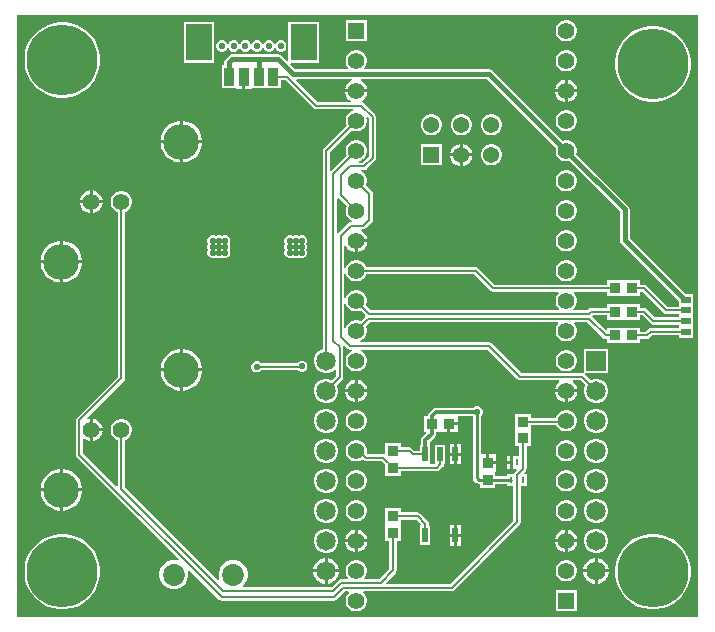
<source format=gbr>
%TF.GenerationSoftware,Altium Limited,Altium Designer,23.5.1 (21)*%
G04 Layer_Physical_Order=1*
G04 Layer_Color=255*
%FSLAX45Y45*%
%MOMM*%
%TF.SameCoordinates,251D8D79-0CC1-4DB5-8A6B-B6CDDAA58204*%
%TF.FilePolarity,Positive*%
%TF.FileFunction,Copper,L1,Top,Signal*%
%TF.Part,Single*%
G01*
G75*
%TA.AperFunction,SMDPad,CuDef*%
%ADD10R,0.95814X0.91213*%
%ADD11R,0.81280X1.60020*%
%ADD12R,2.20980X3.09880*%
%ADD13R,0.95872X0.91213*%
%ADD14R,0.91213X0.95872*%
%ADD15R,0.91213X0.95814*%
%ADD16R,0.83820X0.60960*%
%ADD17R,0.25400X0.60960*%
%ADD18R,0.46634X1.20802*%
%TA.AperFunction,Conductor*%
%ADD19C,0.20300*%
%ADD20C,0.20320*%
%ADD21C,0.40000*%
%ADD22C,0.25400*%
%ADD23C,0.30500*%
%TA.AperFunction,ComponentPad*%
%ADD24C,0.47400*%
%ADD25C,1.85420*%
%ADD26C,1.65100*%
%ADD27R,1.65100X1.65100*%
%ADD28R,1.39000X1.39000*%
%ADD29C,1.39000*%
%ADD30C,3.01500*%
%ADD31C,1.40800*%
%ADD32C,1.37000*%
%ADD33R,1.37000X1.37000*%
%TA.AperFunction,WasherPad*%
%ADD34C,6.00000*%
%TA.AperFunction,ViaPad*%
%ADD35C,0.55000*%
G36*
X5783766Y16235D02*
X16235D01*
Y5116265D01*
X5783765D01*
X5783766Y16235D01*
D02*
G37*
%LPC*%
G36*
X4677281Y5068000D02*
X4653716D01*
X4630953Y5061901D01*
X4610544Y5050118D01*
X4593881Y5033454D01*
X4582098Y5013046D01*
X4575998Y4990283D01*
Y4966717D01*
X4582098Y4943954D01*
X4593881Y4923546D01*
X4610544Y4906882D01*
X4630953Y4895099D01*
X4653716Y4889000D01*
X4677281D01*
X4700044Y4895099D01*
X4720453Y4906882D01*
X4737116Y4923546D01*
X4748899Y4943954D01*
X4754998Y4966717D01*
Y4990283D01*
X4748899Y5013046D01*
X4737116Y5033454D01*
X4720453Y5050118D01*
X4700044Y5061901D01*
X4677281Y5068000D01*
D02*
G37*
G36*
X2977000D02*
X2798000D01*
Y4889000D01*
X2977000D01*
Y5068000D01*
D02*
G37*
G36*
X2259448Y4897500D02*
X2240552D01*
X2223094Y4890268D01*
X2209732Y4876906D01*
X2206873Y4870006D01*
X2193127D01*
X2190268Y4876906D01*
X2176906Y4890268D01*
X2159448Y4897500D01*
X2140552D01*
X2123094Y4890268D01*
X2109732Y4876906D01*
X2106873Y4870006D01*
X2093127D01*
X2090268Y4876906D01*
X2076906Y4890268D01*
X2059448Y4897500D01*
X2040552D01*
X2023093Y4890268D01*
X2009732Y4876906D01*
X2006873Y4870006D01*
X1993127D01*
X1990268Y4876906D01*
X1976906Y4890268D01*
X1959448Y4897500D01*
X1940552D01*
X1923093Y4890268D01*
X1909732Y4876906D01*
X1906873Y4870006D01*
X1893127D01*
X1890269Y4876906D01*
X1876907Y4890268D01*
X1859448Y4897500D01*
X1840552D01*
X1823094Y4890268D01*
X1809732Y4876906D01*
X1806873Y4870006D01*
X1793127D01*
X1790268Y4876906D01*
X1776907Y4890268D01*
X1759448Y4897500D01*
X1740552D01*
X1723094Y4890268D01*
X1709732Y4876906D01*
X1702500Y4859448D01*
Y4840552D01*
X1709732Y4823093D01*
X1723094Y4809732D01*
X1740552Y4802500D01*
X1759448D01*
X1776907Y4809732D01*
X1790268Y4823093D01*
X1793127Y4829994D01*
X1806873D01*
X1809732Y4823093D01*
X1823094Y4809732D01*
X1840552Y4802500D01*
X1859448D01*
X1876907Y4809732D01*
X1890269Y4823093D01*
X1893127Y4829994D01*
X1906873D01*
X1909732Y4823093D01*
X1923093Y4809732D01*
X1940552Y4802500D01*
X1959448D01*
X1976906Y4809732D01*
X1990268Y4823093D01*
X1993127Y4829994D01*
X2006873D01*
X2009732Y4823093D01*
X2023093Y4809732D01*
X2040552Y4802500D01*
X2059448D01*
X2076906Y4809732D01*
X2090268Y4823093D01*
X2093127Y4829994D01*
X2106873D01*
X2109732Y4823093D01*
X2123094Y4809732D01*
X2140552Y4802500D01*
X2159448D01*
X2176906Y4809732D01*
X2190268Y4823093D01*
X2193127Y4829994D01*
X2206873D01*
X2209732Y4823093D01*
X2223094Y4809732D01*
X2240552Y4802500D01*
X2259448D01*
X2276907Y4809732D01*
X2290268Y4823093D01*
X2297500Y4840552D01*
Y4859448D01*
X2290268Y4876906D01*
X2276907Y4890268D01*
X2259448Y4897500D01*
D02*
G37*
G36*
X2572990Y5055540D02*
X2312010D01*
Y4727260D01*
X2300277Y4722400D01*
X2256339Y4766338D01*
X2243108Y4775179D01*
X2227500Y4778284D01*
X2227499Y4778283D01*
X2054930D01*
X2054929Y4778284D01*
X2054927Y4778283D01*
X1835932D01*
X1820324Y4775179D01*
X1807093Y4766338D01*
X1807093Y4766337D01*
X1783662Y4742907D01*
X1774821Y4729676D01*
X1771716Y4714068D01*
X1771717Y4714067D01*
Y4690610D01*
X1751860D01*
Y4490590D01*
X1871460D01*
Y4485190D01*
X1924801D01*
Y4590601D01*
X1950201D01*
Y4485190D01*
X2003540D01*
Y4490590D01*
X2123140D01*
Y4490589D01*
X2126861D01*
Y4490590D01*
X2248140D01*
Y4559849D01*
X2290726D01*
X2527320Y4323256D01*
X2537296Y4316590D01*
X2549064Y4314249D01*
X2549065Y4314249D01*
X2857433D01*
X2859106Y4301549D01*
X2852954Y4299901D01*
X2832546Y4288118D01*
X2815882Y4271455D01*
X2804099Y4251046D01*
X2798000Y4228283D01*
Y4204717D01*
X2804099Y4181954D01*
X2806063Y4178552D01*
X2611756Y3984244D01*
X2605090Y3974268D01*
X2602749Y3962500D01*
X2602749Y3962499D01*
Y2282428D01*
X2593917Y2280061D01*
X2570533Y2266561D01*
X2551439Y2247467D01*
X2537939Y2224083D01*
X2530950Y2198001D01*
Y2170999D01*
X2537939Y2144917D01*
X2551439Y2121533D01*
X2570533Y2102440D01*
X2593917Y2088939D01*
X2619999Y2081950D01*
X2647001D01*
X2673083Y2088939D01*
X2696467Y2102440D01*
X2704069Y2110042D01*
X2716769Y2104781D01*
Y2057258D01*
X2681001Y2021490D01*
X2673083Y2026061D01*
X2647001Y2033050D01*
X2619999D01*
X2593917Y2026061D01*
X2570533Y2012561D01*
X2551439Y1993467D01*
X2537939Y1970083D01*
X2530950Y1944001D01*
Y1916999D01*
X2537939Y1890917D01*
X2551439Y1867533D01*
X2570533Y1848440D01*
X2593917Y1834939D01*
X2619999Y1827950D01*
X2647001D01*
X2673083Y1834939D01*
X2696467Y1848440D01*
X2715560Y1867533D01*
X2729061Y1890917D01*
X2736050Y1916999D01*
Y1944001D01*
X2729061Y1970083D01*
X2724490Y1978001D01*
X2769263Y2022775D01*
X2769264Y2022776D01*
X2775930Y2032752D01*
X2778271Y2044520D01*
X2778271Y2044521D01*
Y2299980D01*
X2776334Y2309717D01*
X2781365Y2314474D01*
X2786808Y2317204D01*
X2815756Y2288256D01*
X2825732Y2281590D01*
X2837500Y2279249D01*
X2848469D01*
X2849552Y2276510D01*
X2850613Y2266549D01*
X2832546Y2256118D01*
X2815882Y2239454D01*
X2804099Y2219046D01*
X2798000Y2196283D01*
Y2172717D01*
X2804099Y2149954D01*
X2815882Y2129546D01*
X2832546Y2112882D01*
X2852954Y2101099D01*
X2875717Y2095000D01*
X2899283D01*
X2922046Y2101099D01*
X2942454Y2112882D01*
X2959118Y2129546D01*
X2970901Y2149954D01*
X2977000Y2172717D01*
Y2196283D01*
X2970901Y2219046D01*
X2959118Y2239454D01*
X2942454Y2256118D01*
X2924387Y2266549D01*
X2925448Y2276510D01*
X2926531Y2279249D01*
X4002263D01*
X4253256Y2028256D01*
X4263233Y2021590D01*
X4275000Y2019249D01*
X4604016D01*
X4607419Y2006549D01*
X4607229Y2006439D01*
X4589560Y1988770D01*
X4577066Y1967130D01*
X4570654Y1943201D01*
X4665498D01*
Y1930501D01*
D01*
Y1943201D01*
X4760343D01*
X4753931Y1967130D01*
X4741437Y1988770D01*
X4723768Y2006439D01*
X4723578Y2006549D01*
X4726980Y2019249D01*
X4787262D01*
X4828510Y1978001D01*
X4823939Y1970083D01*
X4816950Y1944001D01*
Y1916999D01*
X4823939Y1890917D01*
X4837439Y1867533D01*
X4856533Y1848440D01*
X4879917Y1834939D01*
X4905999Y1827950D01*
X4933001D01*
X4959083Y1834939D01*
X4982467Y1848440D01*
X5001560Y1867533D01*
X5015061Y1890917D01*
X5022050Y1916999D01*
Y1944001D01*
X5015061Y1970083D01*
X5001560Y1993467D01*
X4982467Y2012561D01*
X4959083Y2026061D01*
X4933001Y2033050D01*
X4905999D01*
X4879917Y2026061D01*
X4871999Y2021490D01*
X4824238Y2069250D01*
X4826957Y2079040D01*
X4829036Y2081950D01*
X5022050D01*
Y2287050D01*
X4816950D01*
Y2089342D01*
X4816735Y2088888D01*
X4805173Y2079722D01*
X4800000Y2080751D01*
X4799999Y2080751D01*
X4287738D01*
X4036745Y2331744D01*
X4026768Y2338410D01*
X4015000Y2340751D01*
X4014999Y2340751D01*
X2917565D01*
X2915894Y2353451D01*
X2922046Y2355099D01*
X2942454Y2366882D01*
X2959118Y2383546D01*
X2970901Y2403954D01*
X2977000Y2426717D01*
Y2450283D01*
X2970901Y2473046D01*
X2968936Y2476448D01*
X3004237Y2511749D01*
X4594215D01*
X4599475Y2499049D01*
X4593881Y2493454D01*
X4582098Y2473046D01*
X4575998Y2450283D01*
Y2426717D01*
X4582098Y2403954D01*
X4593881Y2383546D01*
X4610544Y2366882D01*
X4630953Y2355099D01*
X4653716Y2349000D01*
X4677281D01*
X4700044Y2355099D01*
X4720453Y2366882D01*
X4737116Y2383546D01*
X4748899Y2403954D01*
X4754998Y2426717D01*
Y2450283D01*
X4748899Y2473046D01*
X4737116Y2493454D01*
X4731521Y2499049D01*
X4736782Y2511749D01*
X4844762D01*
X4978255Y2378257D01*
X4978256Y2378256D01*
X4988232Y2371590D01*
X5000000Y2369249D01*
X5011894Y2368894D01*
Y2334394D01*
X5139592D01*
X5147708Y2334393D01*
X5160408Y2334394D01*
X5288107D01*
Y2369249D01*
X5349999D01*
X5350000Y2369249D01*
X5361768Y2371590D01*
X5371744Y2378256D01*
X5393987Y2400499D01*
X5618090D01*
Y2380770D01*
X5741910D01*
Y2470770D01*
Y2560770D01*
Y2650770D01*
Y2751730D01*
X5675767D01*
X5202049Y3225448D01*
Y3466733D01*
X5198945Y3482340D01*
X5190104Y3495571D01*
X5190103Y3495572D01*
X4750763Y3934912D01*
X4754998Y3950717D01*
Y3974283D01*
X4748899Y3997046D01*
X4737116Y4017455D01*
X4720453Y4034118D01*
X4700044Y4045901D01*
X4677281Y4052000D01*
X4653716D01*
X4637910Y4047765D01*
X4044337Y4641338D01*
X4031106Y4650179D01*
X4015498Y4653284D01*
X4015497Y4653284D01*
X2959449D01*
X2954589Y4665017D01*
X2959118Y4669546D01*
X2970901Y4689954D01*
X2977000Y4712717D01*
Y4736283D01*
X2970901Y4759046D01*
X2959118Y4779454D01*
X2942454Y4796118D01*
X2922046Y4807901D01*
X2899283Y4814000D01*
X2875717D01*
X2852954Y4807901D01*
X2832546Y4796118D01*
X2815882Y4779454D01*
X2804099Y4759046D01*
X2798000Y4736283D01*
Y4712717D01*
X2804099Y4689954D01*
X2815882Y4669546D01*
X2820411Y4665017D01*
X2815551Y4653284D01*
X2369393D01*
X2328750Y4693927D01*
X2333611Y4705660D01*
X2572990D01*
Y5055540D01*
D02*
G37*
G36*
X1687990D02*
X1427010D01*
Y4705660D01*
X1687990D01*
Y5055540D01*
D02*
G37*
G36*
X4677281Y4814000D02*
X4653716D01*
X4630953Y4807901D01*
X4610544Y4796118D01*
X4593881Y4779454D01*
X4582098Y4759046D01*
X4575998Y4736283D01*
Y4712717D01*
X4582098Y4689954D01*
X4593881Y4669546D01*
X4610544Y4652882D01*
X4630953Y4641099D01*
X4653716Y4635000D01*
X4677281D01*
X4700044Y4641099D01*
X4720453Y4652882D01*
X4737116Y4669546D01*
X4748899Y4689954D01*
X4754998Y4712717D01*
Y4736283D01*
X4748899Y4759046D01*
X4737116Y4779454D01*
X4720453Y4796118D01*
X4700044Y4807901D01*
X4677281Y4814000D01*
D02*
G37*
G36*
X4678198Y4565345D02*
Y4483201D01*
X4760343D01*
X4753931Y4507130D01*
X4741437Y4528770D01*
X4723768Y4546439D01*
X4702129Y4558933D01*
X4678198Y4565345D01*
D02*
G37*
G36*
X4652798Y4565345D02*
X4628868Y4558933D01*
X4607229Y4546439D01*
X4589560Y4528770D01*
X4577066Y4507130D01*
X4570654Y4483201D01*
X4652798D01*
Y4565345D01*
D02*
G37*
G36*
X425185Y5052500D02*
X374815D01*
X325066Y5044621D01*
X277163Y5029056D01*
X232284Y5006189D01*
X191534Y4976582D01*
X155918Y4940966D01*
X126311Y4900217D01*
X103444Y4855338D01*
X87879Y4807434D01*
X80000Y4757685D01*
Y4707315D01*
X87879Y4657567D01*
X103444Y4609663D01*
X126311Y4564784D01*
X155918Y4524034D01*
X191534Y4488418D01*
X232284Y4458812D01*
X277163Y4435944D01*
X325066Y4420380D01*
X374815Y4412500D01*
X425185D01*
X474934Y4420380D01*
X522837Y4435944D01*
X567716Y4458812D01*
X608466Y4488418D01*
X644082Y4524034D01*
X673689Y4564784D01*
X696556Y4609663D01*
X712120Y4657567D01*
X720000Y4707315D01*
Y4757685D01*
X712120Y4807434D01*
X696556Y4855338D01*
X673689Y4900217D01*
X644082Y4940966D01*
X608466Y4976582D01*
X567716Y5006189D01*
X522837Y5029056D01*
X474934Y5044621D01*
X425185Y5052500D01*
D02*
G37*
G36*
X5425185Y5020000D02*
X5374816D01*
X5325067Y5012121D01*
X5277163Y4996556D01*
X5232284Y4973689D01*
X5191534Y4944082D01*
X5155918Y4908466D01*
X5126312Y4867716D01*
X5103444Y4822837D01*
X5087880Y4774934D01*
X5080000Y4725185D01*
Y4674815D01*
X5087880Y4625066D01*
X5103444Y4577163D01*
X5126312Y4532284D01*
X5155918Y4491534D01*
X5191534Y4455918D01*
X5232284Y4426311D01*
X5277163Y4403444D01*
X5325067Y4387879D01*
X5374816Y4380000D01*
X5425185D01*
X5474934Y4387879D01*
X5522838Y4403444D01*
X5567717Y4426311D01*
X5608466Y4455918D01*
X5644082Y4491534D01*
X5673689Y4532284D01*
X5696556Y4577163D01*
X5712121Y4625066D01*
X5720000Y4674815D01*
Y4725185D01*
X5712121Y4774934D01*
X5696556Y4822837D01*
X5673689Y4867716D01*
X5644082Y4908466D01*
X5608466Y4944082D01*
X5567717Y4973689D01*
X5522838Y4996556D01*
X5474934Y5012121D01*
X5425185Y5020000D01*
D02*
G37*
G36*
X4652798Y4457801D02*
X4570654D01*
X4577066Y4433870D01*
X4589560Y4412230D01*
X4607229Y4394561D01*
X4628868Y4382067D01*
X4652798Y4375655D01*
Y4457801D01*
D02*
G37*
G36*
X4760343D02*
X4678198D01*
Y4375655D01*
X4702129Y4382067D01*
X4723768Y4394561D01*
X4741437Y4412230D01*
X4753931Y4433870D01*
X4760343Y4457801D01*
D02*
G37*
G36*
X4677281Y4306000D02*
X4653716D01*
X4630953Y4299901D01*
X4610544Y4288118D01*
X4593881Y4271455D01*
X4582098Y4251046D01*
X4575998Y4228283D01*
Y4204717D01*
X4582098Y4181954D01*
X4593881Y4161546D01*
X4610544Y4144882D01*
X4630953Y4133099D01*
X4653716Y4127000D01*
X4677281D01*
X4700044Y4133099D01*
X4720453Y4144882D01*
X4737116Y4161546D01*
X4748899Y4181954D01*
X4754998Y4204717D01*
Y4228283D01*
X4748899Y4251046D01*
X4737116Y4271455D01*
X4720453Y4288118D01*
X4700044Y4299901D01*
X4677281Y4306000D01*
D02*
G37*
G36*
X1425349Y4216650D02*
X1420700D01*
Y4053200D01*
X1584150D01*
Y4057849D01*
X1577381Y4091881D01*
X1564102Y4123938D01*
X1544825Y4152789D01*
X1520289Y4177325D01*
X1491438Y4196602D01*
X1459381Y4209881D01*
X1425349Y4216650D01*
D02*
G37*
G36*
X1395300D02*
X1390651D01*
X1356619Y4209881D01*
X1324561Y4196602D01*
X1295711Y4177325D01*
X1271175Y4152789D01*
X1251898Y4123938D01*
X1238619Y4091881D01*
X1231850Y4057849D01*
Y4053200D01*
X1395300D01*
Y4216650D01*
D02*
G37*
G36*
X1584150Y4027800D02*
X1420700D01*
Y3864350D01*
X1425349D01*
X1459381Y3871119D01*
X1491438Y3884398D01*
X1520289Y3903675D01*
X1544825Y3928211D01*
X1564102Y3957061D01*
X1577381Y3989119D01*
X1584150Y4023151D01*
Y4027800D01*
D02*
G37*
G36*
X1395300D02*
X1231850D01*
Y4023151D01*
X1238619Y3989119D01*
X1251898Y3957061D01*
X1271175Y3928211D01*
X1295711Y3903675D01*
X1324561Y3884398D01*
X1356619Y3871119D01*
X1390651Y3864350D01*
X1395300D01*
Y4027800D01*
D02*
G37*
G36*
X658700Y3628276D02*
Y3545200D01*
X741777D01*
X735271Y3569477D01*
X722659Y3591323D01*
X704823Y3609159D01*
X682977Y3621771D01*
X658700Y3628276D01*
D02*
G37*
G36*
X633300D02*
X609023Y3621771D01*
X587177Y3609159D01*
X569341Y3591323D01*
X556729Y3569477D01*
X550223Y3545200D01*
X633300D01*
Y3628276D01*
D02*
G37*
G36*
X741777Y3519800D02*
X658700D01*
Y3436723D01*
X682977Y3443229D01*
X704823Y3455841D01*
X722659Y3473677D01*
X735271Y3495523D01*
X741777Y3519800D01*
D02*
G37*
G36*
X633300D02*
X550223D01*
X556729Y3495523D01*
X569341Y3473677D01*
X587177Y3455841D01*
X609023Y3443229D01*
X633300Y3436723D01*
Y3519800D01*
D02*
G37*
G36*
X2434448Y3247500D02*
X2415552D01*
X2400000Y3241058D01*
X2384448Y3247500D01*
X2365552D01*
X2350000Y3241058D01*
X2334448Y3247500D01*
X2315552D01*
X2298093Y3240268D01*
X2284732Y3226906D01*
X2277500Y3209448D01*
Y3190552D01*
X2283942Y3175000D01*
X2277500Y3159448D01*
Y3140552D01*
X2283942Y3125000D01*
X2277500Y3109448D01*
Y3090552D01*
X2284732Y3073093D01*
X2298093Y3059731D01*
X2315552Y3052500D01*
X2334448D01*
X2350000Y3058942D01*
X2365552Y3052500D01*
X2384448D01*
X2400000Y3058942D01*
X2415552Y3052500D01*
X2434448D01*
X2451906Y3059731D01*
X2465268Y3073093D01*
X2472500Y3090552D01*
Y3109448D01*
X2466058Y3125000D01*
X2472500Y3140552D01*
Y3159448D01*
X2466058Y3175000D01*
X2472500Y3190552D01*
Y3209448D01*
X2465268Y3226906D01*
X2451906Y3240268D01*
X2434448Y3247500D01*
D02*
G37*
G36*
X1784448D02*
X1765552D01*
X1750000Y3241058D01*
X1734448Y3247500D01*
X1715552D01*
X1700000Y3241058D01*
X1684448Y3247500D01*
X1665552D01*
X1648093Y3240268D01*
X1634732Y3226906D01*
X1627500Y3209448D01*
Y3190552D01*
X1633942Y3175000D01*
X1627500Y3159448D01*
Y3140552D01*
X1633942Y3125000D01*
X1627500Y3109448D01*
Y3090552D01*
X1634732Y3073093D01*
X1648093Y3059731D01*
X1665552Y3052500D01*
X1684448D01*
X1700000Y3058942D01*
X1715552Y3052500D01*
X1734448D01*
X1750000Y3058942D01*
X1765552Y3052500D01*
X1784448D01*
X1801906Y3059731D01*
X1815268Y3073093D01*
X1822500Y3090552D01*
Y3109448D01*
X1816058Y3125000D01*
X1822500Y3140552D01*
Y3159448D01*
X1816058Y3175000D01*
X1822500Y3190552D01*
Y3209448D01*
X1815268Y3226906D01*
X1801906Y3240268D01*
X1784448Y3247500D01*
D02*
G37*
G36*
X409349Y3200650D02*
X404700D01*
Y3037200D01*
X568150D01*
Y3041849D01*
X561381Y3075881D01*
X548102Y3107938D01*
X528825Y3136789D01*
X504289Y3161325D01*
X475438Y3180602D01*
X443381Y3193881D01*
X409349Y3200650D01*
D02*
G37*
G36*
X379300D02*
X374651D01*
X340619Y3193881D01*
X308561Y3180602D01*
X279711Y3161325D01*
X255175Y3136789D01*
X235898Y3107938D01*
X222619Y3075881D01*
X215850Y3041849D01*
Y3037200D01*
X379300D01*
Y3200650D01*
D02*
G37*
G36*
X568150Y3011800D02*
X404700D01*
Y2848350D01*
X409349D01*
X443381Y2855119D01*
X475438Y2868398D01*
X504289Y2887675D01*
X528825Y2912211D01*
X548102Y2941061D01*
X561381Y2973119D01*
X568150Y3007151D01*
Y3011800D01*
D02*
G37*
G36*
X379300D02*
X215850D01*
Y3007151D01*
X222619Y2973119D01*
X235898Y2941061D01*
X255175Y2912211D01*
X279711Y2887675D01*
X308561Y2868398D01*
X340619Y2855119D01*
X374651Y2848350D01*
X379300D01*
Y3011800D01*
D02*
G37*
G36*
X2436948Y2185000D02*
X2418052D01*
X2400594Y2177768D01*
X2389516Y2166691D01*
X2080085D01*
X2072106Y2174670D01*
X2054648Y2181901D01*
X2035751D01*
X2018293Y2174670D01*
X2004931Y2161308D01*
X1997700Y2143849D01*
Y2124953D01*
X2004931Y2107495D01*
X2018293Y2094133D01*
X2035751Y2086901D01*
X2054648D01*
X2072106Y2094133D01*
X2083184Y2105210D01*
X2392615D01*
X2400594Y2097232D01*
X2418052Y2090000D01*
X2436948D01*
X2454407Y2097232D01*
X2467768Y2110593D01*
X2475000Y2128052D01*
Y2146948D01*
X2467768Y2164406D01*
X2454407Y2177768D01*
X2436948Y2185000D01*
D02*
G37*
G36*
X1425349Y2284150D02*
X1420700D01*
Y2120700D01*
X1584150D01*
Y2125349D01*
X1577381Y2159381D01*
X1564102Y2191439D01*
X1544825Y2220289D01*
X1520289Y2244825D01*
X1491438Y2264102D01*
X1459381Y2277381D01*
X1425349Y2284150D01*
D02*
G37*
G36*
X1395300D02*
X1390651D01*
X1356619Y2277381D01*
X1324561Y2264102D01*
X1295711Y2244825D01*
X1271175Y2220289D01*
X1251898Y2191439D01*
X1238619Y2159381D01*
X1231850Y2125349D01*
Y2120700D01*
X1395300D01*
Y2284150D01*
D02*
G37*
G36*
X4677281Y2274000D02*
X4653716D01*
X4630953Y2267901D01*
X4610544Y2256118D01*
X4593881Y2239454D01*
X4582098Y2219046D01*
X4575998Y2196283D01*
Y2172717D01*
X4582098Y2149954D01*
X4593881Y2129546D01*
X4610544Y2112882D01*
X4630953Y2101099D01*
X4653716Y2095000D01*
X4677281D01*
X4700044Y2101099D01*
X4720453Y2112882D01*
X4737116Y2129546D01*
X4748899Y2149954D01*
X4754998Y2172717D01*
Y2196283D01*
X4748899Y2219046D01*
X4737116Y2239454D01*
X4720453Y2256118D01*
X4700044Y2267901D01*
X4677281Y2274000D01*
D02*
G37*
G36*
X2900200Y2025345D02*
Y1943200D01*
X2982345D01*
X2975933Y1967130D01*
X2963439Y1988770D01*
X2945770Y2006439D01*
X2924130Y2018933D01*
X2900200Y2025345D01*
D02*
G37*
G36*
X2874800D02*
X2850870Y2018933D01*
X2829230Y2006439D01*
X2811561Y1988770D01*
X2799067Y1967130D01*
X2792655Y1943200D01*
X2874800D01*
Y2025345D01*
D02*
G37*
G36*
X1584150Y2095300D02*
X1420700D01*
Y1931850D01*
X1425349D01*
X1459381Y1938619D01*
X1491438Y1951898D01*
X1520289Y1971175D01*
X1544825Y1995711D01*
X1564102Y2024562D01*
X1577381Y2056619D01*
X1584150Y2090651D01*
Y2095300D01*
D02*
G37*
G36*
X1395300D02*
X1231850D01*
Y2090651D01*
X1238619Y2056619D01*
X1251898Y2024562D01*
X1271175Y1995711D01*
X1295711Y1971175D01*
X1324561Y1951898D01*
X1356619Y1938619D01*
X1390651Y1931850D01*
X1395300D01*
Y2095300D01*
D02*
G37*
G36*
X4652798Y1917801D02*
X4570654D01*
X4577066Y1893870D01*
X4589560Y1872230D01*
X4607229Y1854561D01*
X4628868Y1842067D01*
X4652798Y1835655D01*
Y1917801D01*
D02*
G37*
G36*
X2982345Y1917800D02*
X2900200D01*
Y1835655D01*
X2924130Y1842067D01*
X2945770Y1854561D01*
X2963439Y1872230D01*
X2975933Y1893870D01*
X2982345Y1917800D01*
D02*
G37*
G36*
X2874800D02*
X2792655D01*
X2799067Y1893870D01*
X2811561Y1872230D01*
X2829230Y1854561D01*
X2850870Y1842067D01*
X2874800Y1835655D01*
Y1917800D01*
D02*
G37*
G36*
X4760343Y1917801D02*
X4678198D01*
Y1835655D01*
X4702129Y1842067D01*
X4723768Y1854561D01*
X4741437Y1872230D01*
X4753931Y1893870D01*
X4760343Y1917801D01*
D02*
G37*
G36*
X658700Y1695777D02*
Y1612700D01*
X741777D01*
X735271Y1636977D01*
X722659Y1658823D01*
X704823Y1676659D01*
X682977Y1689271D01*
X658700Y1695777D01*
D02*
G37*
G36*
X911901Y3622900D02*
X888099D01*
X865107Y3616739D01*
X844493Y3604838D01*
X827662Y3588007D01*
X815761Y3567393D01*
X809600Y3544401D01*
Y3520598D01*
X815761Y3497607D01*
X827662Y3476993D01*
X844493Y3460162D01*
X865107Y3448261D01*
X869260Y3447148D01*
Y2047733D01*
X523263Y1701737D01*
X516599Y1691764D01*
X514259Y1680000D01*
X514260Y1679999D01*
Y1390002D01*
X514259Y1390000D01*
X516599Y1378236D01*
X523263Y1368263D01*
X1387305Y504221D01*
X1380731Y492835D01*
X1361155Y498080D01*
X1328845D01*
X1297636Y489718D01*
X1269654Y473562D01*
X1246808Y450716D01*
X1230653Y422734D01*
X1222290Y391525D01*
Y359215D01*
X1230653Y328006D01*
X1246808Y300024D01*
X1269654Y277178D01*
X1297636Y261023D01*
X1328845Y252660D01*
X1361155D01*
X1392364Y261023D01*
X1420346Y277178D01*
X1443192Y300024D01*
X1459348Y328006D01*
X1467710Y359215D01*
Y391525D01*
X1462465Y411101D01*
X1473851Y417675D01*
X1728263Y163263D01*
X1738236Y156599D01*
X1750000Y154259D01*
X1750002Y154260D01*
X2701346D01*
X2701347Y154259D01*
X2713111Y156599D01*
X2723084Y163263D01*
X2791581Y231760D01*
X2822227D01*
X2827487Y219060D01*
X2815882Y207455D01*
X2804099Y187046D01*
X2798000Y164283D01*
Y140717D01*
X2804099Y117954D01*
X2815882Y97546D01*
X2832546Y80882D01*
X2852954Y69099D01*
X2875717Y63000D01*
X2899283D01*
X2922046Y69099D01*
X2942454Y80882D01*
X2959118Y97546D01*
X2970901Y117954D01*
X2977000Y140717D01*
Y164283D01*
X2970901Y187046D01*
X2959118Y207455D01*
X2947513Y219060D01*
X2952773Y231760D01*
X3694999D01*
X3695000Y231760D01*
X3706764Y234100D01*
X3716737Y240763D01*
X4271736Y795763D01*
X4271737Y795763D01*
X4278400Y805736D01*
X4280740Y817500D01*
X4280740Y817501D01*
Y1124590D01*
X4332700D01*
Y1225550D01*
X4315617D01*
X4310757Y1237283D01*
X4321737Y1248263D01*
X4328400Y1258236D01*
X4329328Y1262901D01*
X4332700Y1274450D01*
X4332700Y1274451D01*
X4332700Y1274451D01*
Y1375410D01*
X4330740D01*
Y1461894D01*
X4365606D01*
Y1589592D01*
X4365607Y1597707D01*
X4365606Y1610408D01*
Y1639459D01*
X4583538D01*
X4593881Y1621546D01*
X4610544Y1604882D01*
X4630953Y1593099D01*
X4653716Y1587000D01*
X4677281D01*
X4700044Y1593099D01*
X4720453Y1604882D01*
X4737116Y1621546D01*
X4748899Y1641954D01*
X4754998Y1664717D01*
Y1688283D01*
X4748899Y1711046D01*
X4737116Y1731454D01*
X4720453Y1748118D01*
X4700044Y1759901D01*
X4677281Y1766000D01*
X4653716D01*
X4630953Y1759901D01*
X4610544Y1748118D01*
X4593881Y1731454D01*
X4582098Y1711046D01*
X4579390Y1700940D01*
X4365606D01*
Y1738107D01*
X4234394D01*
Y1610408D01*
X4234393Y1602293D01*
X4234394Y1589592D01*
Y1461894D01*
X4269259D01*
Y1375410D01*
X4238100D01*
Y1380810D01*
X4212700D01*
Y1324930D01*
Y1269050D01*
X4237616D01*
X4246254Y1259727D01*
X4228263Y1241737D01*
X4221599Y1231764D01*
X4220363Y1225550D01*
X4167300D01*
Y1208411D01*
X4124029D01*
X4112671Y1210670D01*
X4065606D01*
Y1238872D01*
X4071007Y1249335D01*
X4071007Y1249335D01*
X4071006Y1249336D01*
Y1309971D01*
X3999999D01*
Y1322671D01*
X3987299D01*
Y1396006D01*
X3943341D01*
Y1718666D01*
X3950268Y1725593D01*
X3957500Y1743052D01*
Y1761948D01*
X3950268Y1779406D01*
X3936907Y1792768D01*
X3919448Y1800000D01*
X3900552D01*
X3883094Y1792768D01*
X3878766Y1788440D01*
X3565000D01*
X3551246Y1785705D01*
X3539586Y1777914D01*
X3501916Y1740243D01*
X3494125Y1728583D01*
X3491543Y1715606D01*
X3459394D01*
Y1584394D01*
X3475605D01*
X3480866Y1571694D01*
X3447586Y1538414D01*
X3439795Y1526754D01*
X3437059Y1513000D01*
Y1474571D01*
X3429683D01*
Y1424921D01*
X3378567D01*
X3361544Y1441944D01*
X3351568Y1448609D01*
X3339800Y1450951D01*
X3339799Y1450950D01*
X3265606D01*
Y1488106D01*
X3134394D01*
Y1403415D01*
X3121693Y1393836D01*
X3118351Y1394501D01*
X3118350Y1394500D01*
X2983417D01*
X2975206Y1404022D01*
X2977000Y1410717D01*
Y1434283D01*
X2970901Y1457046D01*
X2959118Y1477454D01*
X2942454Y1494118D01*
X2922046Y1505901D01*
X2899283Y1512000D01*
X2875717D01*
X2852954Y1505901D01*
X2832546Y1494118D01*
X2815882Y1477454D01*
X2804099Y1457046D01*
X2798000Y1434283D01*
Y1410717D01*
X2804099Y1387954D01*
X2815882Y1367546D01*
X2832546Y1350882D01*
X2852954Y1339099D01*
X2875717Y1333000D01*
X2899283D01*
X2922046Y1339099D01*
X2940595Y1349809D01*
X2948398Y1342005D01*
X2958375Y1335340D01*
X2970142Y1332999D01*
X2970144Y1332999D01*
X3105614D01*
X3134394Y1304219D01*
Y1211894D01*
X3265606D01*
Y1249050D01*
X3569799D01*
X3569801Y1249050D01*
X3581568Y1251391D01*
X3591545Y1258056D01*
X3621744Y1288256D01*
X3628410Y1298232D01*
X3630751Y1310000D01*
X3642345Y1313769D01*
X3643317D01*
Y1474571D01*
X3556683D01*
Y1313769D01*
X3545315Y1310551D01*
X3527685D01*
X3516317Y1313769D01*
Y1474571D01*
X3508940D01*
Y1498113D01*
X3552743Y1541916D01*
X3560534Y1553576D01*
X3563270Y1567329D01*
Y1584394D01*
X3588872D01*
X3599335Y1578993D01*
X3599335Y1578993D01*
X3599336Y1578994D01*
X3659971D01*
Y1649999D01*
X3672671D01*
Y1662699D01*
X3746006D01*
Y1716559D01*
X3876660D01*
Y1192208D01*
X3879197Y1179450D01*
X3886425Y1168633D01*
X3901304Y1153754D01*
X3912120Y1146527D01*
X3924879Y1143989D01*
X3934393D01*
Y1109394D01*
X4065606D01*
Y1143989D01*
X4103572D01*
X4114930Y1141729D01*
X4167300D01*
Y1124590D01*
X4219260D01*
Y830233D01*
X3682267Y293240D01*
X3143322D01*
X3138462Y304974D01*
X3221744Y388256D01*
X3228410Y398232D01*
X3230751Y410000D01*
X3230751Y410001D01*
Y661894D01*
X3265606D01*
Y789592D01*
X3265607Y797707D01*
X3265606Y810408D01*
Y839459D01*
X3394568D01*
X3435095Y798931D01*
X3429835Y786231D01*
X3429683D01*
Y625429D01*
X3516317D01*
Y786231D01*
X3503740D01*
Y804499D01*
X3503741Y804500D01*
X3501400Y816264D01*
X3494737Y826237D01*
X3494736Y826238D01*
X3429038Y891936D01*
X3419065Y898600D01*
X3407301Y900940D01*
X3407300Y900940D01*
X3265606D01*
Y938106D01*
X3134394D01*
Y810408D01*
X3134393Y802293D01*
X3134394Y789592D01*
Y661894D01*
X3169249D01*
Y422738D01*
X3082262Y335751D01*
X2959916D01*
X2955056Y347484D01*
X2959118Y351546D01*
X2970901Y371954D01*
X2977000Y394717D01*
Y418283D01*
X2970901Y441046D01*
X2959118Y461454D01*
X2942454Y478118D01*
X2922046Y489901D01*
X2899283Y496000D01*
X2875717D01*
X2852954Y489901D01*
X2832546Y478118D01*
X2815882Y461454D01*
X2804099Y441046D01*
X2798000Y418283D01*
Y394717D01*
X2804099Y371954D01*
X2815882Y351546D01*
X2819944Y347484D01*
X2815084Y335751D01*
X2760000D01*
X2748232Y333410D01*
X2738256Y326744D01*
X2738255Y326743D01*
X2682177Y270665D01*
X1931794D01*
X1926534Y283365D01*
X1943192Y300024D01*
X1959348Y328006D01*
X1967710Y359215D01*
Y391525D01*
X1959348Y422734D01*
X1943192Y450716D01*
X1920346Y473562D01*
X1892365Y489718D01*
X1861155Y498080D01*
X1828845D01*
X1797636Y489718D01*
X1769654Y473562D01*
X1746808Y450716D01*
X1730653Y422734D01*
X1722290Y391525D01*
Y359215D01*
X1729631Y331818D01*
X1718244Y325244D01*
X930751Y1112738D01*
Y1514651D01*
X934893Y1515761D01*
X955507Y1527662D01*
X972338Y1544493D01*
X984239Y1565107D01*
X990400Y1588099D01*
Y1611902D01*
X984239Y1634893D01*
X972338Y1655507D01*
X955507Y1672338D01*
X934893Y1684239D01*
X911901Y1690400D01*
X888099D01*
X865107Y1684239D01*
X844493Y1672338D01*
X827662Y1655507D01*
X815761Y1634893D01*
X809600Y1611902D01*
Y1588099D01*
X815761Y1565107D01*
X827662Y1544493D01*
X844493Y1527662D01*
X865107Y1515761D01*
X869249Y1514651D01*
Y1125818D01*
X857516Y1120958D01*
X575740Y1402734D01*
Y1518604D01*
X578628Y1519800D01*
X588440Y1522612D01*
X609023Y1510729D01*
X633300Y1504224D01*
Y1600000D01*
Y1695777D01*
X618152Y1691717D01*
X611578Y1703104D01*
X921736Y2013263D01*
X921737Y2013263D01*
X928400Y2023236D01*
X930741Y2035000D01*
X930740Y2035001D01*
Y3447148D01*
X934893Y3448261D01*
X955507Y3460162D01*
X972338Y3476993D01*
X984239Y3497607D01*
X990400Y3520598D01*
Y3544401D01*
X984239Y3567393D01*
X972338Y3588007D01*
X955507Y3604838D01*
X934893Y3616739D01*
X911901Y3622900D01*
D02*
G37*
G36*
X2899283Y1766000D02*
X2875717D01*
X2852954Y1759901D01*
X2832546Y1748118D01*
X2815882Y1731454D01*
X2804099Y1711046D01*
X2798000Y1688283D01*
Y1664717D01*
X2804099Y1641954D01*
X2815882Y1621546D01*
X2832546Y1604882D01*
X2852954Y1593099D01*
X2875717Y1587000D01*
X2899283D01*
X2922046Y1593099D01*
X2942454Y1604882D01*
X2959118Y1621546D01*
X2970901Y1641954D01*
X2977000Y1664717D01*
Y1688283D01*
X2970901Y1711046D01*
X2959118Y1731454D01*
X2942454Y1748118D01*
X2922046Y1759901D01*
X2899283Y1766000D01*
D02*
G37*
G36*
X3746006Y1637299D02*
X3685371D01*
Y1578994D01*
X3746006D01*
Y1637299D01*
D02*
G37*
G36*
X4933001Y1779050D02*
X4905999D01*
X4879917Y1772061D01*
X4856533Y1758561D01*
X4837439Y1739467D01*
X4823939Y1716083D01*
X4816950Y1690001D01*
Y1662999D01*
X4823939Y1636917D01*
X4837439Y1613533D01*
X4856533Y1594440D01*
X4879917Y1580939D01*
X4905999Y1573950D01*
X4933001D01*
X4959083Y1580939D01*
X4982467Y1594440D01*
X5001560Y1613533D01*
X5015061Y1636917D01*
X5022050Y1662999D01*
Y1690001D01*
X5015061Y1716083D01*
X5001560Y1739467D01*
X4982467Y1758561D01*
X4959083Y1772061D01*
X4933001Y1779050D01*
D02*
G37*
G36*
X2647001D02*
X2619999D01*
X2593917Y1772061D01*
X2570533Y1758561D01*
X2551439Y1739467D01*
X2537939Y1716083D01*
X2530950Y1690001D01*
Y1662999D01*
X2537939Y1636917D01*
X2551439Y1613533D01*
X2570533Y1594440D01*
X2593917Y1580939D01*
X2619999Y1573950D01*
X2647001D01*
X2673083Y1580939D01*
X2696467Y1594440D01*
X2715560Y1613533D01*
X2729061Y1636917D01*
X2736050Y1662999D01*
Y1690001D01*
X2729061Y1716083D01*
X2715560Y1739467D01*
X2696467Y1758561D01*
X2673083Y1772061D01*
X2647001Y1779050D01*
D02*
G37*
G36*
X741777Y1587300D02*
X658700D01*
Y1504224D01*
X682977Y1510729D01*
X704823Y1523341D01*
X722659Y1541178D01*
X735271Y1563023D01*
X741777Y1587300D01*
D02*
G37*
G36*
X3775717Y1479971D02*
X3739700D01*
Y1406869D01*
X3775717D01*
Y1479971D01*
D02*
G37*
G36*
X3714300D02*
X3678283D01*
Y1406869D01*
X3714300D01*
Y1479971D01*
D02*
G37*
G36*
X4187300Y1380810D02*
X4161900D01*
Y1337630D01*
X4187300D01*
Y1380810D01*
D02*
G37*
G36*
X4071006Y1396006D02*
X4012699D01*
Y1335371D01*
X4071006D01*
Y1396006D01*
D02*
G37*
G36*
X4677281Y1512000D02*
X4653716D01*
X4630953Y1505901D01*
X4610544Y1494118D01*
X4593881Y1477454D01*
X4582098Y1457046D01*
X4575998Y1434283D01*
Y1410717D01*
X4582098Y1387954D01*
X4593881Y1367546D01*
X4610544Y1350882D01*
X4630953Y1339099D01*
X4653716Y1333000D01*
X4677281D01*
X4700044Y1339099D01*
X4720453Y1350882D01*
X4737116Y1367546D01*
X4748899Y1387954D01*
X4754998Y1410717D01*
Y1434283D01*
X4748899Y1457046D01*
X4737116Y1477454D01*
X4720453Y1494118D01*
X4700044Y1505901D01*
X4677281Y1512000D01*
D02*
G37*
G36*
X4933001Y1525050D02*
X4905999D01*
X4879917Y1518061D01*
X4856533Y1504561D01*
X4837439Y1485467D01*
X4823939Y1462083D01*
X4816950Y1436001D01*
Y1408999D01*
X4823939Y1382917D01*
X4837439Y1359533D01*
X4856533Y1340440D01*
X4879917Y1326939D01*
X4905999Y1319950D01*
X4933001D01*
X4959083Y1326939D01*
X4982467Y1340440D01*
X5001560Y1359533D01*
X5015061Y1382917D01*
X5022050Y1408999D01*
Y1436001D01*
X5015061Y1462083D01*
X5001560Y1485467D01*
X4982467Y1504561D01*
X4959083Y1518061D01*
X4933001Y1525050D01*
D02*
G37*
G36*
X2647001D02*
X2619999D01*
X2593917Y1518061D01*
X2570533Y1504561D01*
X2551439Y1485467D01*
X2537939Y1462083D01*
X2530950Y1436001D01*
Y1408999D01*
X2537939Y1382917D01*
X2551439Y1359533D01*
X2570533Y1340440D01*
X2593917Y1326939D01*
X2619999Y1319950D01*
X2647001D01*
X2673083Y1326939D01*
X2696467Y1340440D01*
X2715560Y1359533D01*
X2729061Y1382917D01*
X2736050Y1408999D01*
Y1436001D01*
X2729061Y1462083D01*
X2715560Y1485467D01*
X2696467Y1504561D01*
X2673083Y1518061D01*
X2647001Y1525050D01*
D02*
G37*
G36*
X3775717Y1381469D02*
X3739700D01*
Y1308369D01*
X3775717D01*
Y1381469D01*
D02*
G37*
G36*
X3714300D02*
X3678283D01*
Y1308369D01*
X3714300D01*
Y1381469D01*
D02*
G37*
G36*
X4187300Y1312230D02*
X4161900D01*
Y1269050D01*
X4187300D01*
Y1312230D01*
D02*
G37*
G36*
X409349Y1268150D02*
X404700D01*
Y1104700D01*
X568150D01*
Y1109349D01*
X561381Y1143381D01*
X548102Y1175439D01*
X528825Y1204289D01*
X504289Y1228825D01*
X475438Y1248102D01*
X443381Y1261381D01*
X409349Y1268150D01*
D02*
G37*
G36*
X379300D02*
X374651D01*
X340619Y1261381D01*
X308561Y1248102D01*
X279711Y1228825D01*
X255175Y1204289D01*
X235898Y1175439D01*
X222619Y1143381D01*
X215850Y1109349D01*
Y1104700D01*
X379300D01*
Y1268150D01*
D02*
G37*
G36*
X4677281Y1258000D02*
X4653716D01*
X4630953Y1251901D01*
X4610544Y1240118D01*
X4593881Y1223454D01*
X4582098Y1203046D01*
X4575998Y1180283D01*
Y1156717D01*
X4582098Y1133954D01*
X4593881Y1113546D01*
X4610544Y1096882D01*
X4630953Y1085099D01*
X4653716Y1079000D01*
X4677281D01*
X4700044Y1085099D01*
X4720453Y1096882D01*
X4737116Y1113546D01*
X4748899Y1133954D01*
X4754998Y1156717D01*
Y1180283D01*
X4748899Y1203046D01*
X4737116Y1223454D01*
X4720453Y1240118D01*
X4700044Y1251901D01*
X4677281Y1258000D01*
D02*
G37*
G36*
X2899283D02*
X2875717D01*
X2852954Y1251901D01*
X2832546Y1240118D01*
X2815882Y1223454D01*
X2804099Y1203046D01*
X2798000Y1180283D01*
Y1156717D01*
X2804099Y1133954D01*
X2815882Y1113546D01*
X2832546Y1096882D01*
X2852954Y1085099D01*
X2875717Y1079000D01*
X2899283D01*
X2922046Y1085099D01*
X2942454Y1096882D01*
X2959118Y1113546D01*
X2970901Y1133954D01*
X2977000Y1156717D01*
Y1180283D01*
X2970901Y1203046D01*
X2959118Y1223454D01*
X2942454Y1240118D01*
X2922046Y1251901D01*
X2899283Y1258000D01*
D02*
G37*
G36*
X4933001Y1271050D02*
X4905999D01*
X4879917Y1264061D01*
X4856533Y1250561D01*
X4837439Y1231467D01*
X4823939Y1208083D01*
X4816950Y1182001D01*
Y1154999D01*
X4823939Y1128917D01*
X4837439Y1105533D01*
X4856533Y1086440D01*
X4879917Y1072939D01*
X4905999Y1065950D01*
X4933001D01*
X4959083Y1072939D01*
X4982467Y1086440D01*
X5001560Y1105533D01*
X5015061Y1128917D01*
X5022050Y1154999D01*
Y1182001D01*
X5015061Y1208083D01*
X5001560Y1231467D01*
X4982467Y1250561D01*
X4959083Y1264061D01*
X4933001Y1271050D01*
D02*
G37*
G36*
X2647001D02*
X2619999D01*
X2593917Y1264061D01*
X2570533Y1250561D01*
X2551439Y1231467D01*
X2537939Y1208083D01*
X2530950Y1182001D01*
Y1154999D01*
X2537939Y1128917D01*
X2551439Y1105533D01*
X2570533Y1086440D01*
X2593917Y1072939D01*
X2619999Y1065950D01*
X2647001D01*
X2673083Y1072939D01*
X2696467Y1086440D01*
X2715560Y1105533D01*
X2729061Y1128917D01*
X2736050Y1154999D01*
Y1182001D01*
X2729061Y1208083D01*
X2715560Y1231467D01*
X2696467Y1250561D01*
X2673083Y1264061D01*
X2647001Y1271050D01*
D02*
G37*
G36*
X568150Y1079300D02*
X404700D01*
Y915850D01*
X409349D01*
X443381Y922619D01*
X475438Y935898D01*
X504289Y955175D01*
X528825Y979711D01*
X548102Y1008562D01*
X561381Y1040619D01*
X568150Y1074651D01*
Y1079300D01*
D02*
G37*
G36*
X379300D02*
X215850D01*
Y1074651D01*
X222619Y1040619D01*
X235898Y1008562D01*
X255175Y979711D01*
X279711Y955175D01*
X308561Y935898D01*
X340619Y922619D01*
X374651Y915850D01*
X379300D01*
Y1079300D01*
D02*
G37*
G36*
X4677281Y1004000D02*
X4653716D01*
X4630953Y997901D01*
X4610544Y986118D01*
X4593881Y969454D01*
X4582098Y949046D01*
X4575998Y926283D01*
Y902717D01*
X4582098Y879954D01*
X4593881Y859546D01*
X4610544Y842882D01*
X4630953Y831099D01*
X4653716Y825000D01*
X4677281D01*
X4700044Y831099D01*
X4720453Y842882D01*
X4737116Y859546D01*
X4748899Y879954D01*
X4754998Y902717D01*
Y926283D01*
X4748899Y949046D01*
X4737116Y969454D01*
X4720453Y986118D01*
X4700044Y997901D01*
X4677281Y1004000D01*
D02*
G37*
G36*
X2899283D02*
X2875717D01*
X2852954Y997901D01*
X2832546Y986118D01*
X2815882Y969454D01*
X2804099Y949046D01*
X2798000Y926283D01*
Y902717D01*
X2804099Y879954D01*
X2815882Y859546D01*
X2832546Y842882D01*
X2852954Y831099D01*
X2875717Y825000D01*
X2899283D01*
X2922046Y831099D01*
X2942454Y842882D01*
X2959118Y859546D01*
X2970901Y879954D01*
X2977000Y902717D01*
Y926283D01*
X2970901Y949046D01*
X2959118Y969454D01*
X2942454Y986118D01*
X2922046Y997901D01*
X2899283Y1004000D01*
D02*
G37*
G36*
X4933001Y1017050D02*
X4905999D01*
X4879917Y1010061D01*
X4856533Y996561D01*
X4837439Y977467D01*
X4823939Y954083D01*
X4816950Y928001D01*
Y900999D01*
X4823939Y874917D01*
X4837439Y851533D01*
X4856533Y832440D01*
X4879917Y818939D01*
X4905999Y811950D01*
X4933001D01*
X4959083Y818939D01*
X4982467Y832440D01*
X5001560Y851533D01*
X5015061Y874917D01*
X5022050Y900999D01*
Y928001D01*
X5015061Y954083D01*
X5001560Y977467D01*
X4982467Y996561D01*
X4959083Y1010061D01*
X4933001Y1017050D01*
D02*
G37*
G36*
X2647001D02*
X2619999D01*
X2593917Y1010061D01*
X2570533Y996561D01*
X2551439Y977467D01*
X2537939Y954083D01*
X2530950Y928001D01*
Y900999D01*
X2537939Y874917D01*
X2551439Y851533D01*
X2570533Y832440D01*
X2593917Y818939D01*
X2619999Y811950D01*
X2647001D01*
X2673083Y818939D01*
X2696467Y832440D01*
X2715560Y851533D01*
X2729061Y874917D01*
X2736050Y900999D01*
Y928001D01*
X2729061Y954083D01*
X2715560Y977467D01*
X2696467Y996561D01*
X2673083Y1010061D01*
X2647001Y1017050D01*
D02*
G37*
G36*
X3775717Y791631D02*
X3739700D01*
Y718529D01*
X3775717D01*
Y791631D01*
D02*
G37*
G36*
X3714300D02*
X3678283D01*
Y718529D01*
X3714300D01*
Y791631D01*
D02*
G37*
G36*
X4678198Y755345D02*
Y673201D01*
X4760343D01*
X4753931Y697130D01*
X4741437Y718770D01*
X4723768Y736439D01*
X4702129Y748933D01*
X4678198Y755345D01*
D02*
G37*
G36*
X4652798Y755345D02*
X4628868Y748933D01*
X4607229Y736439D01*
X4589560Y718770D01*
X4577066Y697130D01*
X4570654Y673201D01*
X4652798D01*
Y755345D01*
D02*
G37*
G36*
X2900200D02*
Y673200D01*
X2982345D01*
X2975933Y697130D01*
X2963439Y718770D01*
X2945770Y736439D01*
X2924130Y748933D01*
X2900200Y755345D01*
D02*
G37*
G36*
X2874800D02*
X2850870Y748933D01*
X2829230Y736439D01*
X2811561Y718770D01*
X2799067Y697130D01*
X2792655Y673200D01*
X2874800D01*
Y755345D01*
D02*
G37*
G36*
X3775717Y693129D02*
X3739700D01*
Y620029D01*
X3775717D01*
Y693129D01*
D02*
G37*
G36*
X3714300D02*
X3678283D01*
Y620029D01*
X3714300D01*
Y693129D01*
D02*
G37*
G36*
X4652798Y647801D02*
X4570654D01*
X4577066Y623870D01*
X4589560Y602230D01*
X4607229Y584561D01*
X4628868Y572067D01*
X4652798Y565655D01*
Y647801D01*
D02*
G37*
G36*
X2982345Y647800D02*
X2900200D01*
Y565655D01*
X2924130Y572067D01*
X2945770Y584561D01*
X2963439Y602230D01*
X2975933Y623870D01*
X2982345Y647800D01*
D02*
G37*
G36*
X2874800D02*
X2792655D01*
X2799067Y623870D01*
X2811561Y602230D01*
X2829230Y584561D01*
X2850870Y572067D01*
X2874800Y565655D01*
Y647800D01*
D02*
G37*
G36*
X4760343Y647801D02*
X4678198D01*
Y565655D01*
X4702129Y572067D01*
X4723768Y584561D01*
X4741437Y602230D01*
X4753931Y623870D01*
X4760343Y647801D01*
D02*
G37*
G36*
X4933001Y763050D02*
X4905999D01*
X4879917Y756061D01*
X4856533Y742561D01*
X4837439Y723467D01*
X4823939Y700083D01*
X4816950Y674001D01*
Y646999D01*
X4823939Y620917D01*
X4837439Y597533D01*
X4856533Y578440D01*
X4879917Y564939D01*
X4905999Y557950D01*
X4933001D01*
X4959083Y564939D01*
X4982467Y578440D01*
X5001560Y597533D01*
X5015061Y620917D01*
X5022050Y646999D01*
Y674001D01*
X5015061Y700083D01*
X5001560Y723467D01*
X4982467Y742561D01*
X4959083Y756061D01*
X4933001Y763050D01*
D02*
G37*
G36*
X2647001D02*
X2619999D01*
X2593917Y756061D01*
X2570533Y742561D01*
X2551439Y723467D01*
X2537939Y700083D01*
X2530950Y674001D01*
Y646999D01*
X2537939Y620917D01*
X2551439Y597533D01*
X2570533Y578440D01*
X2593917Y564939D01*
X2619999Y557950D01*
X2647001D01*
X2673083Y564939D01*
X2696467Y578440D01*
X2715560Y597533D01*
X2729061Y620917D01*
X2736050Y646999D01*
Y674001D01*
X2729061Y700083D01*
X2715560Y723467D01*
X2696467Y742561D01*
X2673083Y756061D01*
X2647001Y763050D01*
D02*
G37*
G36*
X4933712Y514450D02*
X4932200D01*
Y419200D01*
X5027450D01*
Y420712D01*
X5020093Y448167D01*
X5005881Y472783D01*
X4985783Y492881D01*
X4961167Y507093D01*
X4933712Y514450D01*
D02*
G37*
G36*
X2647712D02*
X2646200D01*
Y419200D01*
X2741450D01*
Y420712D01*
X2734093Y448167D01*
X2719881Y472783D01*
X2699783Y492881D01*
X2675167Y507093D01*
X2647712Y514450D01*
D02*
G37*
G36*
X4906800D02*
X4905288D01*
X4877833Y507093D01*
X4853217Y492881D01*
X4833119Y472783D01*
X4818907Y448167D01*
X4811550Y420712D01*
Y419200D01*
X4906800D01*
Y514450D01*
D02*
G37*
G36*
X2620800D02*
X2619288D01*
X2591833Y507093D01*
X2567217Y492881D01*
X2547119Y472783D01*
X2532907Y448167D01*
X2525550Y420712D01*
Y419200D01*
X2620800D01*
Y514450D01*
D02*
G37*
G36*
X4677281Y496000D02*
X4653716D01*
X4630953Y489901D01*
X4610544Y478118D01*
X4593881Y461454D01*
X4582098Y441046D01*
X4575998Y418283D01*
Y394717D01*
X4582098Y371954D01*
X4593881Y351546D01*
X4610544Y334882D01*
X4630953Y323099D01*
X4653716Y317000D01*
X4677281D01*
X4700044Y323099D01*
X4720453Y334882D01*
X4737116Y351546D01*
X4748899Y371954D01*
X4754998Y394717D01*
Y418283D01*
X4748899Y441046D01*
X4737116Y461454D01*
X4720453Y478118D01*
X4700044Y489901D01*
X4677281Y496000D01*
D02*
G37*
G36*
X5027450Y393800D02*
X4932200D01*
Y298550D01*
X4933712D01*
X4961167Y305907D01*
X4985783Y320119D01*
X5005881Y340217D01*
X5020093Y364833D01*
X5027450Y392288D01*
Y393800D01*
D02*
G37*
G36*
X4906800D02*
X4811550D01*
Y392288D01*
X4818907Y364833D01*
X4833119Y340217D01*
X4853217Y320119D01*
X4877833Y305907D01*
X4905288Y298550D01*
X4906800D01*
Y393800D01*
D02*
G37*
G36*
X2741450D02*
X2646200D01*
Y298550D01*
X2647712D01*
X2675167Y305907D01*
X2699783Y320119D01*
X2719881Y340217D01*
X2734093Y364833D01*
X2741450Y392288D01*
Y393800D01*
D02*
G37*
G36*
X2620800D02*
X2525550D01*
Y392288D01*
X2532907Y364833D01*
X2547119Y340217D01*
X2567217Y320119D01*
X2591833Y305907D01*
X2619288Y298550D01*
X2620800D01*
Y393800D01*
D02*
G37*
G36*
X5425185Y720000D02*
X5374816D01*
X5325067Y712120D01*
X5277163Y696556D01*
X5232284Y673689D01*
X5191534Y644082D01*
X5155918Y608466D01*
X5126312Y567716D01*
X5103444Y522837D01*
X5087880Y474934D01*
X5080000Y425185D01*
Y374815D01*
X5087880Y325066D01*
X5103444Y277163D01*
X5126312Y232284D01*
X5155918Y191534D01*
X5191534Y155918D01*
X5232284Y126311D01*
X5277163Y103444D01*
X5325067Y87879D01*
X5374816Y80000D01*
X5425185D01*
X5474934Y87879D01*
X5522838Y103444D01*
X5567717Y126311D01*
X5608466Y155918D01*
X5644082Y191534D01*
X5673689Y232284D01*
X5696556Y277163D01*
X5712121Y325066D01*
X5720000Y374815D01*
Y425185D01*
X5712121Y474934D01*
X5696556Y522837D01*
X5673689Y567716D01*
X5644082Y608466D01*
X5608466Y644082D01*
X5567717Y673689D01*
X5522838Y696556D01*
X5474934Y712120D01*
X5425185Y720000D01*
D02*
G37*
G36*
X425185D02*
X374815D01*
X325066Y712120D01*
X277163Y696556D01*
X232284Y673689D01*
X191534Y644082D01*
X155918Y608466D01*
X126311Y567716D01*
X103444Y522837D01*
X87879Y474934D01*
X80000Y425185D01*
Y374815D01*
X87879Y325066D01*
X103444Y277163D01*
X126311Y232284D01*
X155918Y191534D01*
X191534Y155918D01*
X232284Y126311D01*
X277163Y103444D01*
X325066Y87879D01*
X374815Y80000D01*
X425185D01*
X474934Y87879D01*
X522837Y103444D01*
X567716Y126311D01*
X608466Y155918D01*
X644082Y191534D01*
X673689Y232284D01*
X696556Y277163D01*
X712120Y325066D01*
X720000Y374815D01*
Y425185D01*
X712120Y474934D01*
X696556Y522837D01*
X673689Y567716D01*
X644082Y608466D01*
X608466Y644082D01*
X567716Y673689D01*
X522837Y696556D01*
X474934Y712120D01*
X425185Y720000D01*
D02*
G37*
G36*
X4754998Y242000D02*
X4575998D01*
Y63000D01*
X4754998D01*
Y242000D01*
D02*
G37*
%LPD*%
G36*
X4580233Y3990089D02*
X4575998Y3974283D01*
Y3950717D01*
X4582098Y3927954D01*
X4593881Y3907546D01*
X4610544Y3890882D01*
X4630953Y3879099D01*
X4653716Y3873000D01*
X4677281D01*
X4693087Y3877235D01*
X5120482Y3449840D01*
Y3208556D01*
X5120482Y3208555D01*
X5123586Y3192947D01*
X5132427Y3179716D01*
X5618090Y2694053D01*
Y2642001D01*
X5526488D01*
X5346744Y2821744D01*
X5336768Y2828410D01*
X5325000Y2830751D01*
X5324999Y2830751D01*
X5288107D01*
Y2865606D01*
X5160408D01*
X5152293Y2865607D01*
X5139592Y2865606D01*
X5011894D01*
Y2830751D01*
X4060367D01*
X3922874Y2968244D01*
X3912897Y2974910D01*
X3901129Y2977251D01*
X3901128Y2977251D01*
X2971918D01*
X2970901Y2981046D01*
X2959118Y3001455D01*
X2942454Y3018118D01*
X2922046Y3029901D01*
X2899283Y3036000D01*
X2875717D01*
X2852954Y3029901D01*
X2832546Y3018118D01*
X2815882Y3001455D01*
X2804099Y2981046D01*
X2800951Y2969296D01*
X2788251Y2970968D01*
Y3157205D01*
X2800951Y3160608D01*
X2811561Y3142230D01*
X2829230Y3124561D01*
X2850870Y3112067D01*
X2874800Y3105655D01*
Y3200500D01*
X2887500D01*
Y3213200D01*
X2982345D01*
X2975933Y3237130D01*
X2963439Y3258770D01*
X2945770Y3276439D01*
X2932589Y3284049D01*
X2935992Y3296749D01*
X2944999D01*
X2945000Y3296749D01*
X2956768Y3299090D01*
X2966744Y3305756D01*
X3019244Y3358256D01*
X3025910Y3368232D01*
X3028251Y3380000D01*
X3028251Y3380001D01*
Y3598499D01*
X3028251Y3598500D01*
X3025910Y3610268D01*
X3019244Y3620244D01*
X2968936Y3670552D01*
X2970901Y3673954D01*
X2977000Y3696717D01*
Y3720283D01*
X2970901Y3743046D01*
X2959118Y3763455D01*
X2942454Y3780118D01*
X2926943Y3789073D01*
X2930346Y3801773D01*
X2957523D01*
X2957524Y3801773D01*
X2969292Y3804114D01*
X2979268Y3810780D01*
X3049243Y3880755D01*
X3049244Y3880756D01*
X3055910Y3890732D01*
X3058251Y3902500D01*
X3058251Y3902501D01*
Y4247501D01*
X3055910Y4259268D01*
X3049244Y4269245D01*
X3049243Y4269245D01*
X2951745Y4366744D01*
X2941768Y4373410D01*
X2936389Y4374480D01*
X2934178Y4387869D01*
X2945770Y4394561D01*
X2963439Y4412230D01*
X2975933Y4433870D01*
X2982345Y4457800D01*
X2887500D01*
X2792655D01*
X2799067Y4433870D01*
X2811561Y4412230D01*
X2829230Y4394561D01*
X2839813Y4388451D01*
X2836411Y4375751D01*
X2561801D01*
X2377569Y4559983D01*
X2382429Y4571717D01*
X2849510D01*
X2851183Y4559017D01*
X2850870Y4558933D01*
X2829230Y4546439D01*
X2811561Y4528770D01*
X2799067Y4507130D01*
X2792655Y4483200D01*
X2887500D01*
X2982345D01*
X2975933Y4507130D01*
X2963439Y4528770D01*
X2945770Y4546439D01*
X2924130Y4558933D01*
X2923817Y4559017D01*
X2925489Y4571717D01*
X3998605D01*
X4580233Y3990089D01*
D02*
G37*
G36*
X2996749Y4234763D02*
Y3915237D01*
X2944787Y3863275D01*
X2912058D01*
X2910386Y3875975D01*
X2922046Y3879099D01*
X2942454Y3890882D01*
X2959118Y3907546D01*
X2970901Y3927954D01*
X2977000Y3950717D01*
Y3974283D01*
X2970901Y3997046D01*
X2959118Y4017455D01*
X2942454Y4034118D01*
X2922046Y4045901D01*
X2899283Y4052000D01*
X2875717D01*
X2852954Y4045901D01*
X2832546Y4034118D01*
X2815882Y4017455D01*
X2804099Y3997046D01*
X2798000Y3974283D01*
Y3950717D01*
X2804099Y3927954D01*
X2806063Y3924552D01*
X2676951Y3795439D01*
X2664251Y3800700D01*
Y3949762D01*
X2849552Y4135064D01*
X2852954Y4133099D01*
X2875717Y4127000D01*
X2899283D01*
X2922046Y4133099D01*
X2942454Y4144882D01*
X2959118Y4161546D01*
X2970901Y4181954D01*
X2977000Y4204717D01*
Y4228283D01*
X2973973Y4239578D01*
X2985360Y4246152D01*
X2996749Y4234763D01*
D02*
G37*
G36*
X2806063Y3492448D02*
X2804099Y3489046D01*
X2798000Y3466283D01*
Y3442717D01*
X2804099Y3419954D01*
X2815882Y3399546D01*
X2832546Y3382882D01*
X2852954Y3371099D01*
X2853509Y3370951D01*
X2851837Y3358251D01*
X2840000D01*
X2828232Y3355910D01*
X2818255Y3349244D01*
X2818255Y3349243D01*
X2735951Y3266939D01*
X2735112Y3266958D01*
X2723251Y3270889D01*
Y3558611D01*
X2735112Y3562543D01*
X2735951Y3562561D01*
X2806063Y3492448D01*
D02*
G37*
G36*
X5492006Y2589507D02*
X5492006Y2589506D01*
X5501982Y2582840D01*
X5513750Y2580499D01*
X5618090D01*
Y2552001D01*
X5416488D01*
X5346745Y2621744D01*
X5336768Y2628410D01*
X5325001Y2630751D01*
X5324999Y2630751D01*
X5288107D01*
Y2665606D01*
X5160408D01*
X5152293Y2665607D01*
X5139592Y2665606D01*
X5011894D01*
Y2630751D01*
X4872500D01*
X4860732Y2628410D01*
X4850756Y2621744D01*
X4850755Y2621743D01*
X4842583Y2613571D01*
X4731102D01*
X4725841Y2626271D01*
X4737116Y2637546D01*
X4748899Y2657954D01*
X4754998Y2680717D01*
Y2704283D01*
X4748899Y2727046D01*
X4737116Y2747455D01*
X4728022Y2756549D01*
X4733282Y2769249D01*
X5011894D01*
Y2734394D01*
X5139592D01*
X5147708Y2734393D01*
X5160408Y2734394D01*
X5288107D01*
Y2769249D01*
X5312263D01*
X5492006Y2589507D01*
D02*
G37*
G36*
X2804099Y2911954D02*
X2815882Y2891546D01*
X2832546Y2874882D01*
X2852954Y2863099D01*
X2875717Y2857000D01*
X2899283D01*
X2922046Y2863099D01*
X2942454Y2874882D01*
X2959118Y2891546D01*
X2970901Y2911954D01*
X2971918Y2915749D01*
X3888392D01*
X4025885Y2778257D01*
X4025885Y2778256D01*
X4035862Y2771590D01*
X4047629Y2769249D01*
X4047631Y2769249D01*
X4597715D01*
X4602975Y2756549D01*
X4593881Y2747455D01*
X4582098Y2727046D01*
X4575998Y2704283D01*
Y2680717D01*
X4582098Y2657954D01*
X4593881Y2637546D01*
X4605155Y2626271D01*
X4599895Y2613571D01*
X3009918D01*
X2968936Y2654552D01*
X2970901Y2657954D01*
X2977000Y2680717D01*
Y2704283D01*
X2970901Y2727046D01*
X2959118Y2747455D01*
X2942454Y2764118D01*
X2922046Y2775901D01*
X2899283Y2782000D01*
X2875717D01*
X2852954Y2775901D01*
X2832546Y2764118D01*
X2815882Y2747455D01*
X2804099Y2727046D01*
X2800951Y2715296D01*
X2788251Y2716968D01*
Y2922033D01*
X2800951Y2923704D01*
X2804099Y2911954D01*
D02*
G37*
G36*
X5382006Y2499507D02*
X5382006Y2499506D01*
X5391983Y2492840D01*
X5403750Y2490499D01*
X5618090D01*
Y2462001D01*
X5381251D01*
X5381250Y2462001D01*
X5369482Y2459660D01*
X5359506Y2452994D01*
X5337262Y2430751D01*
X5288107D01*
Y2465606D01*
X5160408D01*
X5152293Y2465607D01*
X5139592Y2465606D01*
X5011894D01*
Y2448188D01*
X5000160Y2443328D01*
X4886939Y2556549D01*
X4892200Y2569249D01*
X5011894D01*
Y2534393D01*
X5139592D01*
X5147708Y2534393D01*
X5160408Y2534393D01*
X5288107D01*
Y2569249D01*
X5312263D01*
X5382006Y2499507D01*
D02*
G37*
G36*
X2804099Y2657954D02*
X2815882Y2637546D01*
X2832546Y2620882D01*
X2852954Y2609099D01*
X2875717Y2603000D01*
X2899283D01*
X2922046Y2609099D01*
X2925448Y2611064D01*
X2962552Y2573960D01*
X2962031Y2556520D01*
X2925448Y2519937D01*
X2922046Y2521901D01*
X2899283Y2528000D01*
X2875717D01*
X2852954Y2521901D01*
X2832546Y2510118D01*
X2815882Y2493454D01*
X2804099Y2473046D01*
X2800951Y2461296D01*
X2788251Y2462968D01*
Y2668033D01*
X2800951Y2669704D01*
X2804099Y2657954D01*
D02*
G37*
%LPC*%
G36*
X4043151Y4271000D02*
X4019849D01*
X3997340Y4264969D01*
X3977160Y4253318D01*
X3960682Y4236840D01*
X3949031Y4216660D01*
X3943000Y4194151D01*
Y4170849D01*
X3949031Y4148340D01*
X3960682Y4128160D01*
X3977160Y4111682D01*
X3997340Y4100031D01*
X4019849Y4094000D01*
X4043151D01*
X4065660Y4100031D01*
X4085840Y4111682D01*
X4102318Y4128160D01*
X4113969Y4148340D01*
X4120000Y4170849D01*
Y4194151D01*
X4113969Y4216660D01*
X4102318Y4236840D01*
X4085840Y4253318D01*
X4065660Y4264969D01*
X4043151Y4271000D01*
D02*
G37*
G36*
X3789151D02*
X3765849D01*
X3743340Y4264969D01*
X3723160Y4253318D01*
X3706682Y4236840D01*
X3695031Y4216660D01*
X3689000Y4194151D01*
Y4170849D01*
X3695031Y4148340D01*
X3706682Y4128160D01*
X3723160Y4111682D01*
X3743340Y4100031D01*
X3765849Y4094000D01*
X3789151D01*
X3811660Y4100031D01*
X3831840Y4111682D01*
X3848318Y4128160D01*
X3859969Y4148340D01*
X3866000Y4170849D01*
Y4194151D01*
X3859969Y4216660D01*
X3848318Y4236840D01*
X3831840Y4253318D01*
X3811660Y4264969D01*
X3789151Y4271000D01*
D02*
G37*
G36*
X3535151D02*
X3511849D01*
X3489340Y4264969D01*
X3469160Y4253318D01*
X3452682Y4236840D01*
X3441031Y4216660D01*
X3435000Y4194151D01*
Y4170849D01*
X3441031Y4148340D01*
X3452682Y4128160D01*
X3469160Y4111682D01*
X3489340Y4100031D01*
X3511849Y4094000D01*
X3535151D01*
X3557660Y4100031D01*
X3577840Y4111682D01*
X3594318Y4128160D01*
X3605969Y4148340D01*
X3612000Y4170849D01*
Y4194151D01*
X3605969Y4216660D01*
X3594318Y4236840D01*
X3577840Y4253318D01*
X3557660Y4264969D01*
X3535151Y4271000D01*
D02*
G37*
G36*
X3790200Y4022309D02*
Y3941200D01*
X3871310D01*
X3865001Y3964744D01*
X3852639Y3986156D01*
X3835156Y4003639D01*
X3813744Y4016001D01*
X3790200Y4022309D01*
D02*
G37*
G36*
X3764800D02*
X3741256Y4016001D01*
X3719844Y4003639D01*
X3702361Y3986156D01*
X3689999Y3964744D01*
X3683690Y3941200D01*
X3764800D01*
Y4022309D01*
D02*
G37*
G36*
X4043151Y4017000D02*
X4019849D01*
X3997340Y4010969D01*
X3977160Y3999318D01*
X3960682Y3982840D01*
X3949031Y3962660D01*
X3943000Y3940151D01*
Y3916849D01*
X3949031Y3894340D01*
X3960682Y3874160D01*
X3977160Y3857682D01*
X3997340Y3846031D01*
X4019849Y3840000D01*
X4043151D01*
X4065660Y3846031D01*
X4085840Y3857682D01*
X4102318Y3874160D01*
X4113969Y3894340D01*
X4120000Y3916849D01*
Y3940151D01*
X4113969Y3962660D01*
X4102318Y3982840D01*
X4085840Y3999318D01*
X4065660Y4010969D01*
X4043151Y4017000D01*
D02*
G37*
G36*
X3612000D02*
X3435000D01*
Y3840000D01*
X3612000D01*
Y4017000D01*
D02*
G37*
G36*
X3871310Y3915800D02*
X3790200D01*
Y3834690D01*
X3813744Y3840999D01*
X3835156Y3853361D01*
X3852639Y3870844D01*
X3865001Y3892256D01*
X3871310Y3915800D01*
D02*
G37*
G36*
X3764800D02*
X3683690D01*
X3689999Y3892256D01*
X3702361Y3870844D01*
X3719844Y3853361D01*
X3741256Y3840999D01*
X3764800Y3834690D01*
Y3915800D01*
D02*
G37*
G36*
X4677281Y3798000D02*
X4653716D01*
X4630953Y3791901D01*
X4610544Y3780118D01*
X4593881Y3763455D01*
X4582098Y3743046D01*
X4575998Y3720283D01*
Y3696717D01*
X4582098Y3673954D01*
X4593881Y3653546D01*
X4610544Y3636882D01*
X4630953Y3625099D01*
X4653716Y3619000D01*
X4677281D01*
X4700044Y3625099D01*
X4720453Y3636882D01*
X4737116Y3653546D01*
X4748899Y3673954D01*
X4754998Y3696717D01*
Y3720283D01*
X4748899Y3743046D01*
X4737116Y3763455D01*
X4720453Y3780118D01*
X4700044Y3791901D01*
X4677281Y3798000D01*
D02*
G37*
G36*
Y3544000D02*
X4653716D01*
X4630953Y3537901D01*
X4610544Y3526118D01*
X4593881Y3509455D01*
X4582098Y3489046D01*
X4575998Y3466283D01*
Y3442717D01*
X4582098Y3419954D01*
X4593881Y3399546D01*
X4610544Y3382882D01*
X4630953Y3371099D01*
X4653716Y3365000D01*
X4677281D01*
X4700044Y3371099D01*
X4720453Y3382882D01*
X4737116Y3399546D01*
X4748899Y3419954D01*
X4754998Y3442717D01*
Y3466283D01*
X4748899Y3489046D01*
X4737116Y3509455D01*
X4720453Y3526118D01*
X4700044Y3537901D01*
X4677281Y3544000D01*
D02*
G37*
G36*
Y3290000D02*
X4653716D01*
X4630953Y3283901D01*
X4610544Y3272118D01*
X4593881Y3255455D01*
X4582098Y3235046D01*
X4575998Y3212283D01*
Y3188717D01*
X4582098Y3165954D01*
X4593881Y3145546D01*
X4610544Y3128882D01*
X4630953Y3117099D01*
X4653716Y3111000D01*
X4677281D01*
X4700044Y3117099D01*
X4720453Y3128882D01*
X4737116Y3145546D01*
X4748899Y3165954D01*
X4754998Y3188717D01*
Y3212283D01*
X4748899Y3235046D01*
X4737116Y3255455D01*
X4720453Y3272118D01*
X4700044Y3283901D01*
X4677281Y3290000D01*
D02*
G37*
G36*
X2982345Y3187800D02*
X2900200D01*
Y3105655D01*
X2924130Y3112067D01*
X2945770Y3124561D01*
X2963439Y3142230D01*
X2975933Y3163870D01*
X2982345Y3187800D01*
D02*
G37*
G36*
X4677281Y3036000D02*
X4653716D01*
X4630953Y3029901D01*
X4610544Y3018118D01*
X4593881Y3001455D01*
X4582098Y2981046D01*
X4575998Y2958283D01*
Y2934717D01*
X4582098Y2911954D01*
X4593881Y2891546D01*
X4610544Y2874882D01*
X4630953Y2863099D01*
X4653716Y2857000D01*
X4677281D01*
X4700044Y2863099D01*
X4720453Y2874882D01*
X4737116Y2891546D01*
X4748899Y2911954D01*
X4754998Y2934717D01*
Y2958283D01*
X4748899Y2981046D01*
X4737116Y3001455D01*
X4720453Y3018118D01*
X4700044Y3029901D01*
X4677281Y3036000D01*
D02*
G37*
%LPD*%
D10*
X5079801Y2800000D02*
D03*
X5220200D02*
D03*
X5079801Y2600000D02*
D03*
X5220200D02*
D03*
X5079801Y2400000D02*
D03*
X5220200D02*
D03*
D11*
X2187500Y4590600D02*
D03*
X2062500D02*
D03*
X1937500D02*
D03*
X1812500D02*
D03*
D12*
X2442500Y4880600D02*
D03*
X1557500D02*
D03*
D13*
X3672671Y1650000D02*
D03*
X3527329D02*
D03*
D14*
X4000000Y1322671D02*
D03*
Y1177329D02*
D03*
D15*
X3200000Y1420200D02*
D03*
Y1279801D02*
D03*
Y870199D02*
D03*
Y729800D02*
D03*
X4300000Y1529801D02*
D03*
Y1670200D02*
D03*
D16*
X5680000Y2431250D02*
D03*
Y2521250D02*
D03*
Y2611250D02*
D03*
Y2701250D02*
D03*
D17*
X4300000Y1175070D02*
D03*
X4200000D02*
D03*
Y1324930D02*
D03*
X4250000D02*
D03*
X4300000D02*
D03*
D18*
X3473000Y705830D02*
D03*
X3727000D02*
D03*
Y1394170D02*
D03*
X3600000D02*
D03*
X3473000D02*
D03*
D19*
X2701347Y185000D02*
X2778848Y262500D01*
X3695000D01*
X4250000Y817500D01*
X545000Y1390000D02*
Y1680000D01*
X900000Y2035000D02*
Y3532500D01*
X545000Y1680000D02*
X900000Y2035000D01*
X545000Y1390000D02*
X1750000Y185000D01*
X4250000Y817500D02*
Y1220000D01*
X4300000Y1270000D01*
Y1481893D01*
X1750000Y185000D02*
X2701347D01*
X4300000Y1481893D02*
X4300000Y1481894D01*
Y1529801D01*
Y1670200D02*
X4659198D01*
X4665498Y1676500D01*
X3200000Y870199D02*
X3407301D01*
X3473000Y705830D02*
Y804500D01*
X3407301Y870199D02*
X3473000Y804500D01*
X2425951Y2135951D02*
X2427500Y2137500D01*
X2045000Y2134601D02*
X2046350Y2135951D01*
X2425951D01*
D20*
X2694915Y239915D02*
X2760000Y305000D01*
X3095000D01*
X3200000Y410000D01*
X2757500Y3584500D02*
X2887500Y3454500D01*
X2757500Y3755000D02*
X2835024Y3832524D01*
X2757500Y3584500D02*
Y3755000D01*
Y2390000D02*
Y3245000D01*
Y2390000D02*
X2837500Y2310000D01*
X2757500Y3245000D02*
X2840000Y3327500D01*
X2945000D01*
X2837500Y2310000D02*
X4015000D01*
X2930000Y4345000D02*
X3027500Y4247501D01*
X2549064Y4345000D02*
X2930000D01*
X3027500Y3902500D02*
Y4247501D01*
X2957524Y3832524D02*
X3027500Y3902500D01*
X2835024Y3832524D02*
X2957524D01*
X2692500Y2355000D02*
X2747520Y2299980D01*
X2692500Y3767500D02*
X2887500Y3962500D01*
X2692500Y2355000D02*
Y3767500D01*
X2997500Y3380000D02*
Y3598500D01*
X2945000Y3327500D02*
X2997500Y3380000D01*
X2887500Y3708500D02*
X2997500Y3598500D01*
X2303464Y4590600D02*
X2549064Y4345000D01*
X2187500Y4590600D02*
X2303464D01*
X2997180Y2582820D02*
X4855320D01*
X2887500Y2692500D02*
X2997180Y2582820D01*
X4855320D02*
X4872500Y2600000D01*
X5079801D01*
X2887500Y2438500D02*
X2991500Y2542500D01*
X4857500D01*
X5000000Y2400000D01*
X4015000Y2310000D02*
X4275000Y2050000D01*
X2747520Y2044520D02*
Y2299980D01*
X3200000Y410000D02*
Y729800D01*
X1760086Y239915D02*
X2694915D01*
X900000Y1100000D02*
X1760086Y239915D01*
X900000Y1100000D02*
Y1600000D01*
X3569801Y1279801D02*
X3600000Y1310000D01*
X3200000Y1279801D02*
X3569801D01*
X3600000Y1310000D02*
Y1394170D01*
X2970142Y1363750D02*
X3118351D01*
X2887500Y1422500D02*
X2911392D01*
X2970142Y1363750D01*
X3118351D02*
X3200000Y1282101D01*
Y1279801D02*
Y1282101D01*
Y1420200D02*
X3339800D01*
X3365830Y1394170D02*
X3473000D01*
X3339800Y1420200D02*
X3365830Y1394170D01*
X4275000Y2050000D02*
X4800000D01*
X4919500Y1930500D01*
X5220200Y2800000D02*
X5325000D01*
X5513750Y2611250D02*
X5680000D01*
X5325000Y2800000D02*
X5513750Y2611250D01*
X5403750Y2521250D02*
X5680000D01*
X5325001Y2600000D02*
X5403750Y2521250D01*
X5220200Y2600000D02*
X5325001D01*
X5220200Y2400000D02*
X5350000D01*
X5381250Y2431250D02*
X5680000D01*
X5350000Y2400000D02*
X5381250Y2431250D01*
X5000000Y2400000D02*
X5079801D01*
X2633500Y2184500D02*
Y3962500D01*
Y1930500D02*
X2747520Y2044520D01*
X2633500Y3962500D02*
X2887500Y4216500D01*
X3901129Y2946500D02*
X4047629Y2800000D01*
X5079801D01*
X2887500Y2946500D02*
X3901129D01*
D21*
X2227500Y4737500D02*
X2352500Y4612500D01*
X4015498D01*
X4665498Y3962500D01*
X2054929Y4737500D02*
X2227500D01*
X5161266Y3208555D02*
Y3466733D01*
X4665498Y3962500D02*
X5161266Y3466733D01*
X5668570Y2701250D02*
X5680000D01*
X5161266Y3208555D02*
X5668570Y2701250D01*
X1835932Y4737500D02*
X2054929D01*
X2062500Y4590600D02*
Y4729928D01*
X2054929Y4737500D02*
X2062500Y4729928D01*
X1812500Y4714068D02*
X1835932Y4737500D01*
X1812500Y4590600D02*
Y4714068D01*
D22*
X3924879Y1177329D02*
X4000000D01*
X3910000Y1192208D02*
Y1752500D01*
Y1192208D02*
X3924879Y1177329D01*
X4000000D02*
X4112671D01*
X4114930Y1175070D01*
X4200000D01*
D23*
X3527329Y1650000D02*
Y1714829D01*
X3565000Y1752500D01*
X3910000D01*
X3473000Y1394170D02*
Y1513000D01*
X3527329Y1567329D02*
Y1650000D01*
X3473000Y1513000D02*
X3527329Y1567329D01*
D24*
X2000000Y4150000D02*
D03*
Y3750000D02*
D03*
X1900000Y4050000D02*
D03*
X2000000D02*
D03*
X2100000D02*
D03*
Y3850000D02*
D03*
X2000000D02*
D03*
X1900000D02*
D03*
X2100000Y3950000D02*
D03*
X1900000D02*
D03*
X2000000D02*
D03*
D25*
X1345000Y375370D02*
D03*
X1845000D02*
D03*
D26*
X4919500Y406500D02*
D03*
Y660500D02*
D03*
Y914500D02*
D03*
Y1168500D02*
D03*
Y1422500D02*
D03*
Y1676500D02*
D03*
Y1930500D02*
D03*
X2633500Y406500D02*
D03*
Y660500D02*
D03*
Y914500D02*
D03*
Y1168500D02*
D03*
Y1422500D02*
D03*
Y1676500D02*
D03*
Y1930500D02*
D03*
Y2184500D02*
D03*
D27*
X4919500D02*
D03*
D28*
X4665498Y152500D02*
D03*
X2887500Y4978500D02*
D03*
D29*
X4665498Y406500D02*
D03*
Y660500D02*
D03*
Y914500D02*
D03*
Y1168500D02*
D03*
Y1422500D02*
D03*
Y1676500D02*
D03*
Y1930500D02*
D03*
Y2184500D02*
D03*
Y2438500D02*
D03*
Y2692500D02*
D03*
Y2946500D02*
D03*
Y3200500D02*
D03*
Y3454500D02*
D03*
Y3708500D02*
D03*
Y3962500D02*
D03*
Y4216500D02*
D03*
Y4470500D02*
D03*
Y4724500D02*
D03*
Y4978500D02*
D03*
X2887500Y4724500D02*
D03*
Y4470500D02*
D03*
Y4216500D02*
D03*
Y3962500D02*
D03*
Y3708500D02*
D03*
Y3454500D02*
D03*
Y3200500D02*
D03*
Y2946500D02*
D03*
Y2692500D02*
D03*
Y2438500D02*
D03*
Y2184500D02*
D03*
Y1930500D02*
D03*
Y1676500D02*
D03*
Y1422500D02*
D03*
Y1168500D02*
D03*
Y914500D02*
D03*
Y660500D02*
D03*
Y406500D02*
D03*
Y152500D02*
D03*
D30*
X392000Y3024500D02*
D03*
X1408000Y4040500D02*
D03*
Y2108000D02*
D03*
X392000Y1092000D02*
D03*
D31*
X646000Y3532500D02*
D03*
X900000D02*
D03*
Y1600000D02*
D03*
X646000D02*
D03*
D32*
X4031500Y4182500D02*
D03*
Y3928500D02*
D03*
X3777500Y4182500D02*
D03*
Y3928500D02*
D03*
X3523500Y4182500D02*
D03*
D33*
Y3928500D02*
D03*
D34*
X5400000Y400000D02*
D03*
Y4700000D02*
D03*
X400000Y4732500D02*
D03*
Y400000D02*
D03*
D35*
X3910000Y1752500D02*
D03*
X2050000Y4850000D02*
D03*
X1950000D02*
D03*
X1850000D02*
D03*
X1750000D02*
D03*
X2250000D02*
D03*
X2150000D02*
D03*
X2427500Y2137500D02*
D03*
X2045200Y2134401D02*
D03*
X1675000Y3200000D02*
D03*
X1725000D02*
D03*
X1775000Y3150000D02*
D03*
X1725000D02*
D03*
X1675000D02*
D03*
Y3100000D02*
D03*
X1725000D02*
D03*
X1775000D02*
D03*
Y3200000D02*
D03*
X2325000D02*
D03*
X2375000D02*
D03*
X2425000Y3150000D02*
D03*
X2375000D02*
D03*
X2325000D02*
D03*
Y3100000D02*
D03*
X2375000D02*
D03*
X2425000D02*
D03*
Y3200000D02*
D03*
%TF.MD5,6640155e120f1783d8cbd50ddacdee42*%
M02*

</source>
